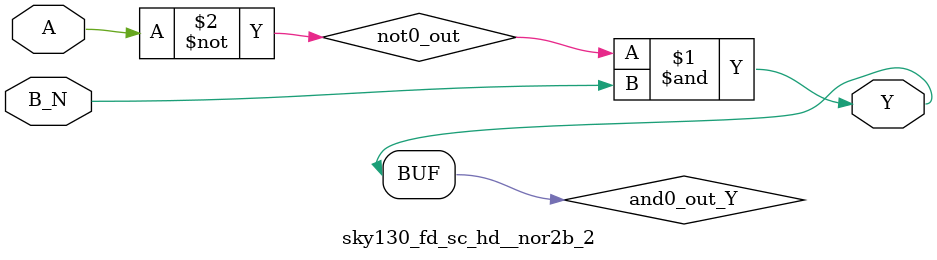
<source format=v>
/*
 * Copyright 2020 The SkyWater PDK Authors
 *
 * Licensed under the Apache License, Version 2.0 (the "License");
 * you may not use this file except in compliance with the License.
 * You may obtain a copy of the License at
 *
 *     https://www.apache.org/licenses/LICENSE-2.0
 *
 * Unless required by applicable law or agreed to in writing, software
 * distributed under the License is distributed on an "AS IS" BASIS,
 * WITHOUT WARRANTIES OR CONDITIONS OF ANY KIND, either express or implied.
 * See the License for the specific language governing permissions and
 * limitations under the License.
 *
 * SPDX-License-Identifier: Apache-2.0
*/


`ifndef SKY130_FD_SC_HD__NOR2B_2_FUNCTIONAL_V
`define SKY130_FD_SC_HD__NOR2B_2_FUNCTIONAL_V

/**
 * nor2b: 2-input NOR, first input inverted.
 *
 *        Y = !(A | B | C | !D)
 *
 * Verilog simulation functional model.
 */

`timescale 1ns / 1ps
`default_nettype none

`celldefine
module sky130_fd_sc_hd__nor2b_2 (
    Y  ,
    A  ,
    B_N
);

    // Module ports
    output Y  ;
    input  A  ;
    input  B_N;

    // Local signals
    wire not0_out  ;
    wire and0_out_Y;

    //  Name  Output      Other arguments
    not not0 (not0_out  , A              );
    and and0 (and0_out_Y, not0_out, B_N  );
    buf buf0 (Y         , and0_out_Y     );

endmodule
`endcelldefine

`default_nettype wire
`endif  // SKY130_FD_SC_HD__NOR2B_2_FUNCTIONAL_V

</source>
